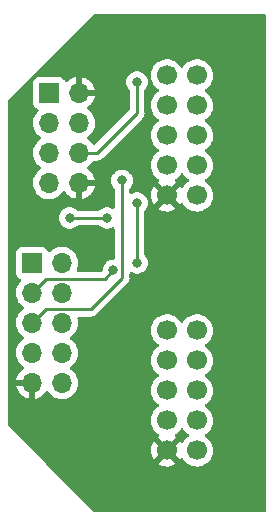
<source format=gbr>
G04 #@! TF.GenerationSoftware,KiCad,Pcbnew,(6.0.0)*
G04 #@! TF.CreationDate,2022-04-24T11:32:36-04:00*
G04 #@! TF.ProjectId,SKR-Mini_Screen,534b522d-4d69-46e6-995f-53637265656e,rev?*
G04 #@! TF.SameCoordinates,Original*
G04 #@! TF.FileFunction,Copper,L2,Bot*
G04 #@! TF.FilePolarity,Positive*
%FSLAX46Y46*%
G04 Gerber Fmt 4.6, Leading zero omitted, Abs format (unit mm)*
G04 Created by KiCad (PCBNEW (6.0.0)) date 2022-04-24 11:32:36*
%MOMM*%
%LPD*%
G01*
G04 APERTURE LIST*
G04 #@! TA.AperFunction,ComponentPad*
%ADD10C,1.700000*%
G04 #@! TD*
G04 #@! TA.AperFunction,ComponentPad*
%ADD11R,1.700000X1.700000*%
G04 #@! TD*
G04 #@! TA.AperFunction,ComponentPad*
%ADD12O,1.700000X1.700000*%
G04 #@! TD*
G04 #@! TA.AperFunction,ViaPad*
%ADD13C,0.800000*%
G04 #@! TD*
G04 #@! TA.AperFunction,Conductor*
%ADD14C,0.250000*%
G04 #@! TD*
G04 APERTURE END LIST*
D10*
X137160000Y-112395000D03*
X139700000Y-112395000D03*
X137160000Y-114935000D03*
X139700000Y-114935000D03*
X137160000Y-117475000D03*
X139700000Y-117475000D03*
X137160000Y-120015000D03*
X139700000Y-120015000D03*
X137160000Y-122555000D03*
X139700000Y-122555000D03*
X137160000Y-90805000D03*
X139700000Y-90805000D03*
X137160000Y-93345000D03*
X139700000Y-93345000D03*
X137160000Y-95885000D03*
X139700000Y-95885000D03*
X137160000Y-98425000D03*
X139700000Y-98425000D03*
X137160000Y-100965000D03*
X139700000Y-100965000D03*
D11*
X125730000Y-106680000D03*
D12*
X128270000Y-106680000D03*
X125730000Y-109220000D03*
X128270000Y-109220000D03*
X125730000Y-111760000D03*
X128270000Y-111760000D03*
X125730000Y-114300000D03*
X128270000Y-114300000D03*
X125730000Y-116840000D03*
X128270000Y-116840000D03*
D11*
X127178000Y-92292000D03*
D12*
X129718000Y-92292000D03*
X127178000Y-94832000D03*
X129718000Y-94832000D03*
X127178000Y-97372000D03*
X129718000Y-97372000D03*
X127178000Y-99912000D03*
X129718000Y-99912000D03*
D13*
X133350000Y-99695000D03*
X132625000Y-107315000D03*
X134620000Y-106680000D03*
X134620000Y-101600000D03*
X134620000Y-91350500D03*
X132080000Y-102870000D03*
X128905000Y-102870000D03*
D14*
X126579999Y-110910001D02*
X125730000Y-111760000D01*
X133350000Y-107951410D02*
X130716411Y-110584999D01*
X130716411Y-110584999D02*
X126905001Y-110584999D01*
X126905001Y-110584999D02*
X126579999Y-110910001D01*
X133350000Y-99695000D02*
X133350000Y-107951410D01*
X134620000Y-106680000D02*
X134620000Y-101600000D01*
X131895001Y-108044999D02*
X132625000Y-107315000D01*
X125730000Y-109220000D02*
X126905001Y-108044999D01*
X126905001Y-108044999D02*
X131895001Y-108044999D01*
X134620000Y-93980000D02*
X131228000Y-97372000D01*
X134620000Y-91350500D02*
X134620000Y-93980000D01*
X131228000Y-97372000D02*
X129718000Y-97372000D01*
X128905000Y-102870000D02*
X132080000Y-102870000D01*
G04 #@! TA.AperFunction,Conductor*
G36*
X145484121Y-85618002D02*
G01*
X145530614Y-85671658D01*
X145542000Y-85724000D01*
X145542000Y-127636000D01*
X145521998Y-127704121D01*
X145468342Y-127750614D01*
X145416000Y-127762000D01*
X131072610Y-127762000D01*
X131004489Y-127741998D01*
X130983515Y-127725095D01*
X126938273Y-123679853D01*
X136399977Y-123679853D01*
X136405258Y-123686907D01*
X136566756Y-123781279D01*
X136576042Y-123785729D01*
X136775001Y-123861703D01*
X136784899Y-123864579D01*
X136993595Y-123907038D01*
X137003823Y-123908257D01*
X137216650Y-123916062D01*
X137226936Y-123915595D01*
X137438185Y-123888534D01*
X137448262Y-123886392D01*
X137652255Y-123825191D01*
X137661842Y-123821433D01*
X137853098Y-123727738D01*
X137861944Y-123722465D01*
X137909247Y-123688723D01*
X137917648Y-123678023D01*
X137910660Y-123664870D01*
X137172812Y-122927022D01*
X137158868Y-122919408D01*
X137157035Y-122919539D01*
X137150420Y-122923790D01*
X136406737Y-123667473D01*
X136399977Y-123679853D01*
X126938273Y-123679853D01*
X125785283Y-122526863D01*
X135798050Y-122526863D01*
X135810309Y-122739477D01*
X135811745Y-122749697D01*
X135858565Y-122957446D01*
X135861645Y-122967275D01*
X135941770Y-123164603D01*
X135946413Y-123173794D01*
X136026460Y-123304420D01*
X136036916Y-123313880D01*
X136045694Y-123310096D01*
X136787978Y-122567812D01*
X136795592Y-122553868D01*
X136795461Y-122552035D01*
X136791210Y-122545420D01*
X136049849Y-121804059D01*
X136038313Y-121797759D01*
X136026031Y-121807382D01*
X135978089Y-121877662D01*
X135973004Y-121886613D01*
X135883338Y-122079783D01*
X135879775Y-122089470D01*
X135822864Y-122294681D01*
X135820933Y-122304800D01*
X135798302Y-122516574D01*
X135798050Y-122526863D01*
X125785283Y-122526863D01*
X123734905Y-120476485D01*
X123700879Y-120414173D01*
X123698000Y-120387390D01*
X123698000Y-119981695D01*
X135797251Y-119981695D01*
X135797548Y-119986848D01*
X135797548Y-119986851D01*
X135803011Y-120081590D01*
X135810110Y-120204715D01*
X135811247Y-120209761D01*
X135811248Y-120209767D01*
X135831119Y-120297939D01*
X135859222Y-120422639D01*
X135943266Y-120629616D01*
X135987512Y-120701819D01*
X136057291Y-120815688D01*
X136059987Y-120820088D01*
X136206250Y-120988938D01*
X136378126Y-121131632D01*
X136451445Y-121174476D01*
X136451955Y-121174774D01*
X136500679Y-121226412D01*
X136513750Y-121296195D01*
X136487019Y-121361967D01*
X136446562Y-121395327D01*
X136438460Y-121399544D01*
X136429734Y-121405039D01*
X136409677Y-121420099D01*
X136401223Y-121431427D01*
X136407968Y-121443758D01*
X137147188Y-122182978D01*
X137161132Y-122190592D01*
X137162965Y-122190461D01*
X137169580Y-122186210D01*
X137913389Y-121442401D01*
X137920410Y-121429544D01*
X137913611Y-121420213D01*
X137909559Y-121417521D01*
X137872602Y-121397120D01*
X137822631Y-121346687D01*
X137807859Y-121277245D01*
X137832975Y-121210839D01*
X137860327Y-121184232D01*
X137883797Y-121167491D01*
X138039860Y-121056173D01*
X138198096Y-120898489D01*
X138257594Y-120815689D01*
X138328453Y-120717077D01*
X138329776Y-120718028D01*
X138376645Y-120674857D01*
X138446580Y-120662625D01*
X138512026Y-120690144D01*
X138539875Y-120721994D01*
X138599987Y-120820088D01*
X138746250Y-120988938D01*
X138918126Y-121131632D01*
X138988595Y-121172811D01*
X138991445Y-121174476D01*
X139040169Y-121226114D01*
X139053240Y-121295897D01*
X139026509Y-121361669D01*
X138986055Y-121395027D01*
X138973607Y-121401507D01*
X138969474Y-121404610D01*
X138969471Y-121404612D01*
X138799100Y-121532530D01*
X138794965Y-121535635D01*
X138640629Y-121697138D01*
X138567693Y-121804059D01*
X138532898Y-121855066D01*
X138477987Y-121900069D01*
X138407462Y-121908240D01*
X138343715Y-121876986D01*
X138323017Y-121852501D01*
X138293062Y-121806197D01*
X138282377Y-121796995D01*
X138272812Y-121801398D01*
X137532022Y-122542188D01*
X137524408Y-122556132D01*
X137524539Y-122557965D01*
X137528790Y-122564580D01*
X138270474Y-123306264D01*
X138282484Y-123312823D01*
X138294223Y-123303855D01*
X138328022Y-123256819D01*
X138329277Y-123257721D01*
X138376391Y-123214355D01*
X138446330Y-123202148D01*
X138511767Y-123229691D01*
X138539580Y-123261513D01*
X138597287Y-123355683D01*
X138597291Y-123355688D01*
X138599987Y-123360088D01*
X138746250Y-123528938D01*
X138918126Y-123671632D01*
X139111000Y-123784338D01*
X139319692Y-123864030D01*
X139324760Y-123865061D01*
X139324763Y-123865062D01*
X139429604Y-123886392D01*
X139538597Y-123908567D01*
X139543772Y-123908757D01*
X139543774Y-123908757D01*
X139756673Y-123916564D01*
X139756677Y-123916564D01*
X139761837Y-123916753D01*
X139766957Y-123916097D01*
X139766959Y-123916097D01*
X139978288Y-123889025D01*
X139978289Y-123889025D01*
X139983416Y-123888368D01*
X139988366Y-123886883D01*
X140192429Y-123825661D01*
X140192434Y-123825659D01*
X140197384Y-123824174D01*
X140397994Y-123725896D01*
X140579860Y-123596173D01*
X140738096Y-123438489D01*
X140868453Y-123257077D01*
X140889568Y-123214355D01*
X140965136Y-123061453D01*
X140965137Y-123061451D01*
X140967430Y-123056811D01*
X141032370Y-122843069D01*
X141061529Y-122621590D01*
X141063156Y-122555000D01*
X141044852Y-122332361D01*
X140990431Y-122115702D01*
X140901354Y-121910840D01*
X140780014Y-121723277D01*
X140629670Y-121558051D01*
X140625619Y-121554852D01*
X140625615Y-121554848D01*
X140458414Y-121422800D01*
X140458410Y-121422798D01*
X140454359Y-121419598D01*
X140413053Y-121396796D01*
X140363084Y-121346364D01*
X140348312Y-121276921D01*
X140373428Y-121210516D01*
X140400780Y-121183909D01*
X140444603Y-121152650D01*
X140579860Y-121056173D01*
X140738096Y-120898489D01*
X140797594Y-120815689D01*
X140865435Y-120721277D01*
X140868453Y-120717077D01*
X140883577Y-120686477D01*
X140965136Y-120521453D01*
X140965137Y-120521451D01*
X140967430Y-120516811D01*
X141032370Y-120303069D01*
X141061529Y-120081590D01*
X141063156Y-120015000D01*
X141044852Y-119792361D01*
X140990431Y-119575702D01*
X140901354Y-119370840D01*
X140780014Y-119183277D01*
X140629670Y-119018051D01*
X140625619Y-119014852D01*
X140625615Y-119014848D01*
X140458414Y-118882800D01*
X140458410Y-118882798D01*
X140454359Y-118879598D01*
X140413053Y-118856796D01*
X140363084Y-118806364D01*
X140348312Y-118736921D01*
X140373428Y-118670516D01*
X140400780Y-118643909D01*
X140444603Y-118612650D01*
X140579860Y-118516173D01*
X140738096Y-118358489D01*
X140797594Y-118275689D01*
X140865435Y-118181277D01*
X140868453Y-118177077D01*
X140872243Y-118169410D01*
X140965136Y-117981453D01*
X140965137Y-117981451D01*
X140967430Y-117976811D01*
X141032370Y-117763069D01*
X141061529Y-117541590D01*
X141061611Y-117538240D01*
X141063074Y-117478365D01*
X141063074Y-117478361D01*
X141063156Y-117475000D01*
X141044852Y-117252361D01*
X140990431Y-117035702D01*
X140901354Y-116830840D01*
X140824473Y-116712000D01*
X140782822Y-116647617D01*
X140782820Y-116647614D01*
X140780014Y-116643277D01*
X140629670Y-116478051D01*
X140625619Y-116474852D01*
X140625615Y-116474848D01*
X140458414Y-116342800D01*
X140458410Y-116342798D01*
X140454359Y-116339598D01*
X140413053Y-116316796D01*
X140363084Y-116266364D01*
X140348312Y-116196921D01*
X140373428Y-116130516D01*
X140400780Y-116103909D01*
X140444603Y-116072650D01*
X140579860Y-115976173D01*
X140738096Y-115818489D01*
X140797594Y-115735689D01*
X140865435Y-115641277D01*
X140868453Y-115637077D01*
X140889320Y-115594857D01*
X140965136Y-115441453D01*
X140965137Y-115441451D01*
X140967430Y-115436811D01*
X141032370Y-115223069D01*
X141061529Y-115001590D01*
X141061611Y-114998240D01*
X141063074Y-114938365D01*
X141063074Y-114938361D01*
X141063156Y-114935000D01*
X141044852Y-114712361D01*
X140990431Y-114495702D01*
X140901354Y-114290840D01*
X140780014Y-114103277D01*
X140629670Y-113938051D01*
X140625619Y-113934852D01*
X140625615Y-113934848D01*
X140458414Y-113802800D01*
X140458410Y-113802798D01*
X140454359Y-113799598D01*
X140413053Y-113776796D01*
X140363084Y-113726364D01*
X140348312Y-113656921D01*
X140373428Y-113590516D01*
X140400780Y-113563909D01*
X140444603Y-113532650D01*
X140579860Y-113436173D01*
X140738096Y-113278489D01*
X140797594Y-113195689D01*
X140865435Y-113101277D01*
X140868453Y-113097077D01*
X140889320Y-113054857D01*
X140965136Y-112901453D01*
X140965137Y-112901451D01*
X140967430Y-112896811D01*
X141032370Y-112683069D01*
X141061529Y-112461590D01*
X141061611Y-112458240D01*
X141063074Y-112398365D01*
X141063074Y-112398361D01*
X141063156Y-112395000D01*
X141044852Y-112172361D01*
X140990431Y-111955702D01*
X140901354Y-111750840D01*
X140780014Y-111563277D01*
X140629670Y-111398051D01*
X140625619Y-111394852D01*
X140625615Y-111394848D01*
X140458414Y-111262800D01*
X140458410Y-111262798D01*
X140454359Y-111259598D01*
X140258789Y-111151638D01*
X140253920Y-111149914D01*
X140253916Y-111149912D01*
X140053087Y-111078795D01*
X140053083Y-111078794D01*
X140048212Y-111077069D01*
X140043119Y-111076162D01*
X140043116Y-111076161D01*
X139833373Y-111038800D01*
X139833367Y-111038799D01*
X139828284Y-111037894D01*
X139754452Y-111036992D01*
X139610081Y-111035228D01*
X139610079Y-111035228D01*
X139604911Y-111035165D01*
X139384091Y-111068955D01*
X139171756Y-111138357D01*
X139141443Y-111154137D01*
X139018760Y-111218002D01*
X138973607Y-111241507D01*
X138969474Y-111244610D01*
X138969471Y-111244612D01*
X138903297Y-111294297D01*
X138794965Y-111375635D01*
X138640629Y-111537138D01*
X138533201Y-111694621D01*
X138478293Y-111739621D01*
X138407768Y-111747792D01*
X138344021Y-111716538D01*
X138323324Y-111692054D01*
X138242822Y-111567617D01*
X138242820Y-111567614D01*
X138240014Y-111563277D01*
X138089670Y-111398051D01*
X138085619Y-111394852D01*
X138085615Y-111394848D01*
X137918414Y-111262800D01*
X137918410Y-111262798D01*
X137914359Y-111259598D01*
X137718789Y-111151638D01*
X137713920Y-111149914D01*
X137713916Y-111149912D01*
X137513087Y-111078795D01*
X137513083Y-111078794D01*
X137508212Y-111077069D01*
X137503119Y-111076162D01*
X137503116Y-111076161D01*
X137293373Y-111038800D01*
X137293367Y-111038799D01*
X137288284Y-111037894D01*
X137214452Y-111036992D01*
X137070081Y-111035228D01*
X137070079Y-111035228D01*
X137064911Y-111035165D01*
X136844091Y-111068955D01*
X136631756Y-111138357D01*
X136601443Y-111154137D01*
X136478760Y-111218002D01*
X136433607Y-111241507D01*
X136429474Y-111244610D01*
X136429471Y-111244612D01*
X136363297Y-111294297D01*
X136254965Y-111375635D01*
X136100629Y-111537138D01*
X135974743Y-111721680D01*
X135880688Y-111924305D01*
X135820989Y-112139570D01*
X135797251Y-112361695D01*
X135797548Y-112366848D01*
X135797548Y-112366851D01*
X135803011Y-112461590D01*
X135810110Y-112584715D01*
X135811247Y-112589761D01*
X135811248Y-112589767D01*
X135831119Y-112677939D01*
X135859222Y-112802639D01*
X135943266Y-113009616D01*
X135993361Y-113091364D01*
X136057291Y-113195688D01*
X136059987Y-113200088D01*
X136206250Y-113368938D01*
X136378126Y-113511632D01*
X136448595Y-113552811D01*
X136451445Y-113554476D01*
X136500169Y-113606114D01*
X136513240Y-113675897D01*
X136486509Y-113741669D01*
X136446055Y-113775027D01*
X136433607Y-113781507D01*
X136429474Y-113784610D01*
X136429471Y-113784612D01*
X136259100Y-113912530D01*
X136254965Y-113915635D01*
X136100629Y-114077138D01*
X135974743Y-114261680D01*
X135880688Y-114464305D01*
X135820989Y-114679570D01*
X135797251Y-114901695D01*
X135797548Y-114906848D01*
X135797548Y-114906851D01*
X135803011Y-115001590D01*
X135810110Y-115124715D01*
X135811247Y-115129761D01*
X135811248Y-115129767D01*
X135831119Y-115217939D01*
X135859222Y-115342639D01*
X135943266Y-115549616D01*
X135993361Y-115631364D01*
X136057291Y-115735688D01*
X136059987Y-115740088D01*
X136206250Y-115908938D01*
X136378126Y-116051632D01*
X136448595Y-116092811D01*
X136451445Y-116094476D01*
X136500169Y-116146114D01*
X136513240Y-116215897D01*
X136486509Y-116281669D01*
X136446055Y-116315027D01*
X136433607Y-116321507D01*
X136429474Y-116324610D01*
X136429471Y-116324612D01*
X136259100Y-116452530D01*
X136254965Y-116455635D01*
X136100629Y-116617138D01*
X136097720Y-116621403D01*
X136097714Y-116621411D01*
X136012556Y-116746249D01*
X135974743Y-116801680D01*
X135880688Y-117004305D01*
X135820989Y-117219570D01*
X135797251Y-117441695D01*
X135797548Y-117446848D01*
X135797548Y-117446851D01*
X135808707Y-117640388D01*
X135810110Y-117664715D01*
X135811247Y-117669761D01*
X135811248Y-117669767D01*
X135831119Y-117757939D01*
X135859222Y-117882639D01*
X135943266Y-118089616D01*
X135985488Y-118158517D01*
X136057291Y-118275688D01*
X136059987Y-118280088D01*
X136206250Y-118448938D01*
X136378126Y-118591632D01*
X136448595Y-118632811D01*
X136451445Y-118634476D01*
X136500169Y-118686114D01*
X136513240Y-118755897D01*
X136486509Y-118821669D01*
X136446055Y-118855027D01*
X136433607Y-118861507D01*
X136429474Y-118864610D01*
X136429471Y-118864612D01*
X136405247Y-118882800D01*
X136254965Y-118995635D01*
X136100629Y-119157138D01*
X135974743Y-119341680D01*
X135880688Y-119544305D01*
X135820989Y-119759570D01*
X135797251Y-119981695D01*
X123698000Y-119981695D01*
X123698000Y-117107966D01*
X124398257Y-117107966D01*
X124428565Y-117242446D01*
X124431645Y-117252275D01*
X124511770Y-117449603D01*
X124516413Y-117458794D01*
X124627694Y-117640388D01*
X124633777Y-117648699D01*
X124773213Y-117809667D01*
X124780580Y-117816883D01*
X124944434Y-117952916D01*
X124952881Y-117958831D01*
X125136756Y-118066279D01*
X125146042Y-118070729D01*
X125345001Y-118146703D01*
X125354899Y-118149579D01*
X125458250Y-118170606D01*
X125472299Y-118169410D01*
X125476000Y-118159065D01*
X125476000Y-117112115D01*
X125471525Y-117096876D01*
X125470135Y-117095671D01*
X125462452Y-117094000D01*
X124413225Y-117094000D01*
X124399694Y-117097973D01*
X124398257Y-117107966D01*
X123698000Y-117107966D01*
X123698000Y-114266695D01*
X124367251Y-114266695D01*
X124367548Y-114271848D01*
X124367548Y-114271851D01*
X124373011Y-114366590D01*
X124380110Y-114489715D01*
X124381247Y-114494761D01*
X124381248Y-114494767D01*
X124381459Y-114495702D01*
X124429222Y-114707639D01*
X124513266Y-114914616D01*
X124564019Y-114997438D01*
X124627291Y-115100688D01*
X124629987Y-115105088D01*
X124776250Y-115273938D01*
X124948126Y-115416632D01*
X124990602Y-115441453D01*
X125021955Y-115459774D01*
X125070679Y-115511412D01*
X125083750Y-115581195D01*
X125057019Y-115646967D01*
X125016562Y-115680327D01*
X125008457Y-115684546D01*
X124999738Y-115690036D01*
X124829433Y-115817905D01*
X124821726Y-115824748D01*
X124674590Y-115978717D01*
X124668104Y-115986727D01*
X124548098Y-116162649D01*
X124543000Y-116171623D01*
X124453338Y-116364783D01*
X124449775Y-116374470D01*
X124394389Y-116574183D01*
X124395912Y-116582607D01*
X124408292Y-116586000D01*
X125858000Y-116586000D01*
X125926121Y-116606002D01*
X125972614Y-116659658D01*
X125984000Y-116712000D01*
X125984000Y-118158517D01*
X125988064Y-118172359D01*
X126001478Y-118174393D01*
X126008184Y-118173534D01*
X126018262Y-118171392D01*
X126222255Y-118110191D01*
X126231842Y-118106433D01*
X126423095Y-118012739D01*
X126431945Y-118007464D01*
X126605328Y-117883792D01*
X126613200Y-117877139D01*
X126764052Y-117726812D01*
X126770730Y-117718965D01*
X126898022Y-117541819D01*
X126899279Y-117542722D01*
X126946373Y-117499362D01*
X127016311Y-117487145D01*
X127081751Y-117514678D01*
X127109579Y-117546511D01*
X127169987Y-117645088D01*
X127316250Y-117813938D01*
X127488126Y-117956632D01*
X127681000Y-118069338D01*
X127685825Y-118071180D01*
X127685826Y-118071181D01*
X127758612Y-118098975D01*
X127889692Y-118149030D01*
X127894760Y-118150061D01*
X127894763Y-118150062D01*
X127989862Y-118169410D01*
X128108597Y-118193567D01*
X128113772Y-118193757D01*
X128113774Y-118193757D01*
X128326673Y-118201564D01*
X128326677Y-118201564D01*
X128331837Y-118201753D01*
X128336957Y-118201097D01*
X128336959Y-118201097D01*
X128548288Y-118174025D01*
X128548289Y-118174025D01*
X128553416Y-118173368D01*
X128558366Y-118171883D01*
X128762429Y-118110661D01*
X128762434Y-118110659D01*
X128767384Y-118109174D01*
X128967994Y-118010896D01*
X129149860Y-117881173D01*
X129308096Y-117723489D01*
X129438453Y-117542077D01*
X129451995Y-117514678D01*
X129535136Y-117346453D01*
X129535137Y-117346451D01*
X129537430Y-117341811D01*
X129602370Y-117128069D01*
X129631529Y-116906590D01*
X129633156Y-116840000D01*
X129614852Y-116617361D01*
X129560431Y-116400702D01*
X129471354Y-116195840D01*
X129350014Y-116008277D01*
X129199670Y-115843051D01*
X129195619Y-115839852D01*
X129195615Y-115839848D01*
X129028414Y-115707800D01*
X129028410Y-115707798D01*
X129024359Y-115704598D01*
X128983053Y-115681796D01*
X128933084Y-115631364D01*
X128918312Y-115561921D01*
X128943428Y-115495516D01*
X128970780Y-115468909D01*
X129035591Y-115422680D01*
X129149860Y-115341173D01*
X129308096Y-115183489D01*
X129367594Y-115100689D01*
X129435435Y-115006277D01*
X129438453Y-115002077D01*
X129459320Y-114959857D01*
X129535136Y-114806453D01*
X129535137Y-114806451D01*
X129537430Y-114801811D01*
X129602370Y-114588069D01*
X129631529Y-114366590D01*
X129633156Y-114300000D01*
X129614852Y-114077361D01*
X129560431Y-113860702D01*
X129471354Y-113655840D01*
X129350014Y-113468277D01*
X129199670Y-113303051D01*
X129195619Y-113299852D01*
X129195615Y-113299848D01*
X129028414Y-113167800D01*
X129028410Y-113167798D01*
X129024359Y-113164598D01*
X128983053Y-113141796D01*
X128933084Y-113091364D01*
X128918312Y-113021921D01*
X128943428Y-112955516D01*
X128970780Y-112928909D01*
X129035591Y-112882680D01*
X129149860Y-112801173D01*
X129308096Y-112643489D01*
X129367594Y-112560689D01*
X129435435Y-112466277D01*
X129438453Y-112462077D01*
X129459320Y-112419857D01*
X129535136Y-112266453D01*
X129535137Y-112266451D01*
X129537430Y-112261811D01*
X129602370Y-112048069D01*
X129631529Y-111826590D01*
X129633156Y-111760000D01*
X129614852Y-111537361D01*
X129607906Y-111509707D01*
X129574119Y-111375194D01*
X129576923Y-111304253D01*
X129617636Y-111246090D01*
X129683332Y-111219171D01*
X129696323Y-111218499D01*
X130637644Y-111218499D01*
X130648827Y-111219026D01*
X130656320Y-111220701D01*
X130664246Y-111220452D01*
X130664247Y-111220452D01*
X130724397Y-111218561D01*
X130728356Y-111218499D01*
X130756267Y-111218499D01*
X130760202Y-111218002D01*
X130760267Y-111217994D01*
X130772104Y-111217061D01*
X130804362Y-111216047D01*
X130808381Y-111215921D01*
X130816300Y-111215672D01*
X130835754Y-111210020D01*
X130855111Y-111206012D01*
X130867341Y-111204467D01*
X130867342Y-111204467D01*
X130875208Y-111203473D01*
X130882579Y-111200554D01*
X130882581Y-111200554D01*
X130916323Y-111187195D01*
X130927553Y-111183350D01*
X130962394Y-111173228D01*
X130962395Y-111173228D01*
X130970004Y-111171017D01*
X130976823Y-111166984D01*
X130976828Y-111166982D01*
X130987439Y-111160706D01*
X131005187Y-111152011D01*
X131024028Y-111144551D01*
X131032554Y-111138357D01*
X131059798Y-111118563D01*
X131069718Y-111112047D01*
X131100946Y-111093579D01*
X131100949Y-111093577D01*
X131107773Y-111089541D01*
X131122094Y-111075220D01*
X131137128Y-111062379D01*
X131147105Y-111055130D01*
X131153518Y-111050471D01*
X131181709Y-111016394D01*
X131189699Y-111007615D01*
X133742247Y-108455067D01*
X133750537Y-108447523D01*
X133757018Y-108443410D01*
X133803659Y-108393742D01*
X133806413Y-108390901D01*
X133826134Y-108371180D01*
X133828612Y-108367985D01*
X133836318Y-108358963D01*
X133861158Y-108332511D01*
X133866586Y-108326731D01*
X133876346Y-108308978D01*
X133887199Y-108292455D01*
X133894753Y-108282716D01*
X133899613Y-108276451D01*
X133917176Y-108235867D01*
X133922383Y-108225237D01*
X133943695Y-108186470D01*
X133945666Y-108178793D01*
X133945668Y-108178788D01*
X133948732Y-108166852D01*
X133955138Y-108148140D01*
X133960033Y-108136829D01*
X133963181Y-108129555D01*
X133964421Y-108121727D01*
X133964423Y-108121720D01*
X133970099Y-108085886D01*
X133972505Y-108074266D01*
X133981528Y-108039121D01*
X133981528Y-108039120D01*
X133983500Y-108031440D01*
X133983500Y-108011186D01*
X133985051Y-107991475D01*
X133986980Y-107979296D01*
X133988220Y-107971467D01*
X133984059Y-107927448D01*
X133983500Y-107915591D01*
X133983500Y-107584782D01*
X134003502Y-107516661D01*
X134057158Y-107470168D01*
X134127432Y-107460064D01*
X134162730Y-107472282D01*
X134163248Y-107471118D01*
X134337712Y-107548794D01*
X134431113Y-107568647D01*
X134518056Y-107587128D01*
X134518061Y-107587128D01*
X134524513Y-107588500D01*
X134715487Y-107588500D01*
X134721939Y-107587128D01*
X134721944Y-107587128D01*
X134808888Y-107568647D01*
X134902288Y-107548794D01*
X134908319Y-107546109D01*
X135070722Y-107473803D01*
X135070724Y-107473802D01*
X135076752Y-107471118D01*
X135091967Y-107460064D01*
X135221135Y-107366217D01*
X135231253Y-107358866D01*
X135235675Y-107353955D01*
X135354621Y-107221852D01*
X135354622Y-107221851D01*
X135359040Y-107216944D01*
X135454527Y-107051556D01*
X135513542Y-106869928D01*
X135526157Y-106749908D01*
X135532814Y-106686565D01*
X135533504Y-106680000D01*
X135528485Y-106632251D01*
X135514232Y-106496635D01*
X135514232Y-106496633D01*
X135513542Y-106490072D01*
X135454527Y-106308444D01*
X135438394Y-106280500D01*
X135362341Y-106148774D01*
X135359040Y-106143056D01*
X135285863Y-106061785D01*
X135255147Y-105997779D01*
X135253500Y-105977476D01*
X135253500Y-102302524D01*
X135273502Y-102234403D01*
X135285858Y-102218221D01*
X135359040Y-102136944D01*
X135386228Y-102089853D01*
X136399977Y-102089853D01*
X136405258Y-102096907D01*
X136566756Y-102191279D01*
X136576042Y-102195729D01*
X136775001Y-102271703D01*
X136784899Y-102274579D01*
X136993595Y-102317038D01*
X137003823Y-102318257D01*
X137216650Y-102326062D01*
X137226936Y-102325595D01*
X137438185Y-102298534D01*
X137448262Y-102296392D01*
X137652255Y-102235191D01*
X137661842Y-102231433D01*
X137853098Y-102137738D01*
X137861944Y-102132465D01*
X137909247Y-102098723D01*
X137917648Y-102088023D01*
X137910660Y-102074870D01*
X137172812Y-101337022D01*
X137158868Y-101329408D01*
X137157035Y-101329539D01*
X137150420Y-101333790D01*
X136406737Y-102077473D01*
X136399977Y-102089853D01*
X135386228Y-102089853D01*
X135417314Y-102036010D01*
X135451223Y-101977279D01*
X135451224Y-101977278D01*
X135454527Y-101971556D01*
X135513542Y-101789928D01*
X135521538Y-101713855D01*
X135532814Y-101606565D01*
X135533504Y-101600000D01*
X135519993Y-101471453D01*
X135514232Y-101416635D01*
X135514232Y-101416633D01*
X135513542Y-101410072D01*
X135454527Y-101228444D01*
X135450843Y-101222062D01*
X135371809Y-101085173D01*
X135359040Y-101063056D01*
X135333696Y-101034908D01*
X135245416Y-100936863D01*
X135798050Y-100936863D01*
X135810309Y-101149477D01*
X135811745Y-101159697D01*
X135858565Y-101367446D01*
X135861645Y-101377275D01*
X135941770Y-101574603D01*
X135946413Y-101583794D01*
X136026460Y-101714420D01*
X136036916Y-101723880D01*
X136045694Y-101720096D01*
X136787978Y-100977812D01*
X136795592Y-100963868D01*
X136795461Y-100962035D01*
X136791210Y-100955420D01*
X136049849Y-100214059D01*
X136038313Y-100207759D01*
X136026031Y-100217382D01*
X135978089Y-100287662D01*
X135973004Y-100296613D01*
X135883338Y-100489783D01*
X135879775Y-100499470D01*
X135822864Y-100704681D01*
X135820933Y-100714800D01*
X135798302Y-100926574D01*
X135798050Y-100936863D01*
X135245416Y-100936863D01*
X135235675Y-100926045D01*
X135235674Y-100926044D01*
X135231253Y-100921134D01*
X135076752Y-100808882D01*
X135070724Y-100806198D01*
X135070722Y-100806197D01*
X134908319Y-100733891D01*
X134908318Y-100733891D01*
X134902288Y-100731206D01*
X134800499Y-100709570D01*
X134721944Y-100692872D01*
X134721939Y-100692872D01*
X134715487Y-100691500D01*
X134524513Y-100691500D01*
X134518061Y-100692872D01*
X134518056Y-100692872D01*
X134439501Y-100709570D01*
X134337712Y-100731206D01*
X134331682Y-100733891D01*
X134331681Y-100733891D01*
X134312657Y-100742361D01*
X134163248Y-100808882D01*
X134162323Y-100806804D01*
X134103512Y-100821076D01*
X134036419Y-100797859D01*
X133992528Y-100742055D01*
X133983500Y-100695218D01*
X133983500Y-100397524D01*
X134003502Y-100329403D01*
X134015858Y-100313221D01*
X134089040Y-100231944D01*
X134161311Y-100106767D01*
X134181223Y-100072279D01*
X134181224Y-100072278D01*
X134184527Y-100066556D01*
X134243542Y-99884928D01*
X134249620Y-99827104D01*
X134262814Y-99701565D01*
X134263504Y-99695000D01*
X134257315Y-99636114D01*
X134244232Y-99511635D01*
X134244232Y-99511633D01*
X134243542Y-99505072D01*
X134184527Y-99323444D01*
X134089040Y-99158056D01*
X134061147Y-99127077D01*
X133965675Y-99021045D01*
X133965674Y-99021044D01*
X133961253Y-99016134D01*
X133838311Y-98926811D01*
X133812094Y-98907763D01*
X133812093Y-98907762D01*
X133806752Y-98903882D01*
X133800724Y-98901198D01*
X133800722Y-98901197D01*
X133638319Y-98828891D01*
X133638318Y-98828891D01*
X133632288Y-98826206D01*
X133538888Y-98806353D01*
X133451944Y-98787872D01*
X133451939Y-98787872D01*
X133445487Y-98786500D01*
X133254513Y-98786500D01*
X133248061Y-98787872D01*
X133248056Y-98787872D01*
X133161113Y-98806353D01*
X133067712Y-98826206D01*
X133061682Y-98828891D01*
X133061681Y-98828891D01*
X132899278Y-98901197D01*
X132899276Y-98901198D01*
X132893248Y-98903882D01*
X132887907Y-98907762D01*
X132887906Y-98907763D01*
X132861689Y-98926811D01*
X132738747Y-99016134D01*
X132734326Y-99021044D01*
X132734325Y-99021045D01*
X132638854Y-99127077D01*
X132610960Y-99158056D01*
X132515473Y-99323444D01*
X132456458Y-99505072D01*
X132455768Y-99511633D01*
X132455768Y-99511635D01*
X132442685Y-99636114D01*
X132436496Y-99695000D01*
X132437186Y-99701565D01*
X132450381Y-99827104D01*
X132456458Y-99884928D01*
X132515473Y-100066556D01*
X132518776Y-100072278D01*
X132518777Y-100072279D01*
X132538689Y-100106767D01*
X132610960Y-100231944D01*
X132684137Y-100313215D01*
X132714853Y-100377221D01*
X132716500Y-100397524D01*
X132716500Y-101965218D01*
X132696498Y-102033339D01*
X132642842Y-102079832D01*
X132572568Y-102089936D01*
X132537270Y-102077718D01*
X132536752Y-102078882D01*
X132368319Y-102003891D01*
X132368318Y-102003891D01*
X132362288Y-102001206D01*
X132249721Y-101977279D01*
X132181944Y-101962872D01*
X132181939Y-101962872D01*
X132175487Y-101961500D01*
X131984513Y-101961500D01*
X131978061Y-101962872D01*
X131978056Y-101962872D01*
X131910279Y-101977279D01*
X131797712Y-102001206D01*
X131791682Y-102003891D01*
X131791681Y-102003891D01*
X131629278Y-102076197D01*
X131629276Y-102076198D01*
X131623248Y-102078882D01*
X131617907Y-102082762D01*
X131617906Y-102082763D01*
X131548910Y-102132892D01*
X131468747Y-102191134D01*
X131464332Y-102196037D01*
X131459420Y-102200460D01*
X131458295Y-102199211D01*
X131404986Y-102232051D01*
X131371800Y-102236500D01*
X129613200Y-102236500D01*
X129545079Y-102216498D01*
X129525853Y-102200157D01*
X129525580Y-102200460D01*
X129520668Y-102196037D01*
X129516253Y-102191134D01*
X129436090Y-102132892D01*
X129367094Y-102082763D01*
X129367093Y-102082762D01*
X129361752Y-102078882D01*
X129355724Y-102076198D01*
X129355722Y-102076197D01*
X129193319Y-102003891D01*
X129193318Y-102003891D01*
X129187288Y-102001206D01*
X129074721Y-101977279D01*
X129006944Y-101962872D01*
X129006939Y-101962872D01*
X129000487Y-101961500D01*
X128809513Y-101961500D01*
X128803061Y-101962872D01*
X128803056Y-101962872D01*
X128735279Y-101977279D01*
X128622712Y-102001206D01*
X128616682Y-102003891D01*
X128616681Y-102003891D01*
X128454278Y-102076197D01*
X128454276Y-102076198D01*
X128448248Y-102078882D01*
X128442907Y-102082762D01*
X128442906Y-102082763D01*
X128423439Y-102096907D01*
X128293747Y-102191134D01*
X128289326Y-102196044D01*
X128289325Y-102196045D01*
X128180383Y-102317038D01*
X128165960Y-102333056D01*
X128070473Y-102498444D01*
X128011458Y-102680072D01*
X127991496Y-102870000D01*
X128011458Y-103059928D01*
X128070473Y-103241556D01*
X128165960Y-103406944D01*
X128293747Y-103548866D01*
X128448248Y-103661118D01*
X128454276Y-103663802D01*
X128454278Y-103663803D01*
X128616681Y-103736109D01*
X128622712Y-103738794D01*
X128716112Y-103758647D01*
X128803056Y-103777128D01*
X128803061Y-103777128D01*
X128809513Y-103778500D01*
X129000487Y-103778500D01*
X129006939Y-103777128D01*
X129006944Y-103777128D01*
X129093887Y-103758647D01*
X129187288Y-103738794D01*
X129193319Y-103736109D01*
X129355722Y-103663803D01*
X129355724Y-103663802D01*
X129361752Y-103661118D01*
X129516253Y-103548866D01*
X129520668Y-103543963D01*
X129525580Y-103539540D01*
X129526705Y-103540789D01*
X129580014Y-103507949D01*
X129613200Y-103503500D01*
X131371800Y-103503500D01*
X131439921Y-103523502D01*
X131459147Y-103539843D01*
X131459420Y-103539540D01*
X131464332Y-103543963D01*
X131468747Y-103548866D01*
X131623248Y-103661118D01*
X131629276Y-103663802D01*
X131629278Y-103663803D01*
X131791681Y-103736109D01*
X131797712Y-103738794D01*
X131891112Y-103758647D01*
X131978056Y-103777128D01*
X131978061Y-103777128D01*
X131984513Y-103778500D01*
X132175487Y-103778500D01*
X132181939Y-103777128D01*
X132181944Y-103777128D01*
X132268887Y-103758647D01*
X132362288Y-103738794D01*
X132386656Y-103727945D01*
X132536752Y-103661118D01*
X132537677Y-103663196D01*
X132596488Y-103648924D01*
X132663581Y-103672141D01*
X132707472Y-103727945D01*
X132716500Y-103774782D01*
X132716500Y-106280500D01*
X132696498Y-106348621D01*
X132642842Y-106395114D01*
X132590500Y-106406500D01*
X132529513Y-106406500D01*
X132523061Y-106407872D01*
X132523056Y-106407872D01*
X132436113Y-106426353D01*
X132342712Y-106446206D01*
X132336682Y-106448891D01*
X132336681Y-106448891D01*
X132174278Y-106521197D01*
X132174276Y-106521198D01*
X132168248Y-106523882D01*
X132013747Y-106636134D01*
X132009326Y-106641044D01*
X132009325Y-106641045D01*
X131911305Y-106749908D01*
X131885960Y-106778056D01*
X131790473Y-106943444D01*
X131731458Y-107125072D01*
X131730768Y-107131633D01*
X131730768Y-107131635D01*
X131714093Y-107290292D01*
X131687080Y-107355949D01*
X131677878Y-107366217D01*
X131669501Y-107374594D01*
X131607189Y-107408620D01*
X131580406Y-107411499D01*
X129626733Y-107411499D01*
X129558612Y-107391497D01*
X129512119Y-107337841D01*
X129502015Y-107267567D01*
X129513775Y-107229673D01*
X129517641Y-107221852D01*
X129537430Y-107181811D01*
X129602370Y-106968069D01*
X129631529Y-106746590D01*
X129633156Y-106680000D01*
X129614852Y-106457361D01*
X129560431Y-106240702D01*
X129471354Y-106035840D01*
X129350014Y-105848277D01*
X129199670Y-105683051D01*
X129195619Y-105679852D01*
X129195615Y-105679848D01*
X129028414Y-105547800D01*
X129028410Y-105547798D01*
X129024359Y-105544598D01*
X128828789Y-105436638D01*
X128823920Y-105434914D01*
X128823916Y-105434912D01*
X128623087Y-105363795D01*
X128623083Y-105363794D01*
X128618212Y-105362069D01*
X128613119Y-105361162D01*
X128613116Y-105361161D01*
X128403373Y-105323800D01*
X128403367Y-105323799D01*
X128398284Y-105322894D01*
X128324452Y-105321992D01*
X128180081Y-105320228D01*
X128180079Y-105320228D01*
X128174911Y-105320165D01*
X127954091Y-105353955D01*
X127741756Y-105423357D01*
X127543607Y-105526507D01*
X127539474Y-105529610D01*
X127539471Y-105529612D01*
X127369100Y-105657530D01*
X127364965Y-105660635D01*
X127308537Y-105719684D01*
X127284283Y-105745064D01*
X127222759Y-105780494D01*
X127151846Y-105777037D01*
X127094060Y-105735791D01*
X127075207Y-105702243D01*
X127033767Y-105591703D01*
X127030615Y-105583295D01*
X126943261Y-105466739D01*
X126826705Y-105379385D01*
X126690316Y-105328255D01*
X126628134Y-105321500D01*
X124831866Y-105321500D01*
X124769684Y-105328255D01*
X124633295Y-105379385D01*
X124516739Y-105466739D01*
X124429385Y-105583295D01*
X124378255Y-105719684D01*
X124371500Y-105781866D01*
X124371500Y-107578134D01*
X124378255Y-107640316D01*
X124429385Y-107776705D01*
X124516739Y-107893261D01*
X124633295Y-107980615D01*
X124641704Y-107983767D01*
X124641705Y-107983768D01*
X124750451Y-108024535D01*
X124807216Y-108067176D01*
X124831916Y-108133738D01*
X124816709Y-108203087D01*
X124797316Y-108229568D01*
X124670629Y-108362138D01*
X124667715Y-108366410D01*
X124667714Y-108366411D01*
X124619130Y-108437633D01*
X124544743Y-108546680D01*
X124542564Y-108551375D01*
X124470748Y-108706090D01*
X124450688Y-108749305D01*
X124390989Y-108964570D01*
X124367251Y-109186695D01*
X124367548Y-109191848D01*
X124367548Y-109191851D01*
X124373011Y-109286590D01*
X124380110Y-109409715D01*
X124381247Y-109414761D01*
X124381248Y-109414767D01*
X124401119Y-109502939D01*
X124429222Y-109627639D01*
X124513266Y-109834616D01*
X124515965Y-109839020D01*
X124583128Y-109948620D01*
X124629987Y-110025088D01*
X124776250Y-110193938D01*
X124948126Y-110336632D01*
X125018595Y-110377811D01*
X125021445Y-110379476D01*
X125070169Y-110431114D01*
X125083240Y-110500897D01*
X125056509Y-110566669D01*
X125016055Y-110600027D01*
X125003607Y-110606507D01*
X124999474Y-110609610D01*
X124999471Y-110609612D01*
X124829100Y-110737530D01*
X124824965Y-110740635D01*
X124670629Y-110902138D01*
X124544743Y-111086680D01*
X124507468Y-111166982D01*
X124465637Y-111257101D01*
X124450688Y-111289305D01*
X124390989Y-111504570D01*
X124367251Y-111726695D01*
X124367548Y-111731848D01*
X124367548Y-111731851D01*
X124373011Y-111826590D01*
X124380110Y-111949715D01*
X124381247Y-111954761D01*
X124381248Y-111954767D01*
X124381459Y-111955702D01*
X124429222Y-112167639D01*
X124513266Y-112374616D01*
X124564019Y-112457438D01*
X124627291Y-112560688D01*
X124629987Y-112565088D01*
X124776250Y-112733938D01*
X124948126Y-112876632D01*
X124990602Y-112901453D01*
X125021445Y-112919476D01*
X125070169Y-112971114D01*
X125083240Y-113040897D01*
X125056509Y-113106669D01*
X125016055Y-113140027D01*
X125003607Y-113146507D01*
X124999474Y-113149610D01*
X124999471Y-113149612D01*
X124833413Y-113274292D01*
X124824965Y-113280635D01*
X124821393Y-113284373D01*
X124679812Y-113432529D01*
X124670629Y-113442138D01*
X124544743Y-113626680D01*
X124450688Y-113829305D01*
X124390989Y-114044570D01*
X124367251Y-114266695D01*
X123698000Y-114266695D01*
X123698000Y-99878695D01*
X125815251Y-99878695D01*
X125815548Y-99883848D01*
X125815548Y-99883851D01*
X125819326Y-99949373D01*
X125828110Y-100101715D01*
X125829247Y-100106761D01*
X125829248Y-100106767D01*
X125829332Y-100107138D01*
X125877222Y-100319639D01*
X125961266Y-100526616D01*
X125963965Y-100531020D01*
X126062307Y-100691500D01*
X126077987Y-100717088D01*
X126224250Y-100885938D01*
X126396126Y-101028632D01*
X126589000Y-101141338D01*
X126797692Y-101221030D01*
X126802760Y-101222061D01*
X126802763Y-101222062D01*
X126865024Y-101234729D01*
X127016597Y-101265567D01*
X127021772Y-101265757D01*
X127021774Y-101265757D01*
X127234673Y-101273564D01*
X127234677Y-101273564D01*
X127239837Y-101273753D01*
X127244957Y-101273097D01*
X127244959Y-101273097D01*
X127456288Y-101246025D01*
X127456289Y-101246025D01*
X127461416Y-101245368D01*
X127466366Y-101243883D01*
X127670429Y-101182661D01*
X127670434Y-101182659D01*
X127675384Y-101181174D01*
X127875994Y-101082896D01*
X128057860Y-100953173D01*
X128216096Y-100795489D01*
X128260359Y-100733891D01*
X128346453Y-100614077D01*
X128347640Y-100614930D01*
X128394960Y-100571362D01*
X128464897Y-100559145D01*
X128530338Y-100586678D01*
X128558166Y-100618511D01*
X128615694Y-100712388D01*
X128621777Y-100720699D01*
X128761213Y-100881667D01*
X128768580Y-100888883D01*
X128932434Y-101024916D01*
X128940881Y-101030831D01*
X129124756Y-101138279D01*
X129134042Y-101142729D01*
X129333001Y-101218703D01*
X129342899Y-101221579D01*
X129446250Y-101242606D01*
X129460299Y-101241410D01*
X129464000Y-101231065D01*
X129464000Y-101230517D01*
X129972000Y-101230517D01*
X129976064Y-101244359D01*
X129989478Y-101246393D01*
X129996184Y-101245534D01*
X130006262Y-101243392D01*
X130210255Y-101182191D01*
X130219842Y-101178433D01*
X130411095Y-101084739D01*
X130419945Y-101079464D01*
X130593328Y-100955792D01*
X130601200Y-100949139D01*
X130752052Y-100798812D01*
X130758730Y-100790965D01*
X130883003Y-100618020D01*
X130888313Y-100609183D01*
X130982670Y-100418267D01*
X130986469Y-100408672D01*
X131048377Y-100204910D01*
X131050555Y-100194837D01*
X131051986Y-100183962D01*
X131049775Y-100169778D01*
X131036617Y-100166000D01*
X129990115Y-100166000D01*
X129974876Y-100170475D01*
X129973671Y-100171865D01*
X129972000Y-100179548D01*
X129972000Y-101230517D01*
X129464000Y-101230517D01*
X129464000Y-99784000D01*
X129484002Y-99715879D01*
X129537658Y-99669386D01*
X129590000Y-99658000D01*
X131036344Y-99658000D01*
X131049875Y-99654027D01*
X131051180Y-99644947D01*
X131009214Y-99477875D01*
X131005894Y-99468124D01*
X130920972Y-99272814D01*
X130916105Y-99263739D01*
X130800426Y-99084926D01*
X130794136Y-99076757D01*
X130650806Y-98919240D01*
X130643273Y-98912215D01*
X130476139Y-98780222D01*
X130467556Y-98774520D01*
X130430602Y-98754120D01*
X130380631Y-98703687D01*
X130365859Y-98634245D01*
X130390975Y-98567839D01*
X130418327Y-98541232D01*
X130483271Y-98494908D01*
X130597860Y-98413173D01*
X130619413Y-98391695D01*
X135797251Y-98391695D01*
X135797548Y-98396848D01*
X135797548Y-98396851D01*
X135805328Y-98531774D01*
X135810110Y-98614715D01*
X135811247Y-98619761D01*
X135811248Y-98619767D01*
X135818782Y-98653195D01*
X135859222Y-98832639D01*
X135943266Y-99039616D01*
X135994019Y-99122438D01*
X136057291Y-99225688D01*
X136059987Y-99230088D01*
X136206250Y-99398938D01*
X136378126Y-99541632D01*
X136451445Y-99584476D01*
X136451955Y-99584774D01*
X136500679Y-99636412D01*
X136513750Y-99706195D01*
X136487019Y-99771967D01*
X136446562Y-99805327D01*
X136438460Y-99809544D01*
X136429734Y-99815039D01*
X136409677Y-99830099D01*
X136401223Y-99841427D01*
X136407968Y-99853758D01*
X137147188Y-100592978D01*
X137161132Y-100600592D01*
X137162965Y-100600461D01*
X137169580Y-100596210D01*
X137913389Y-99852401D01*
X137920410Y-99839544D01*
X137913611Y-99830213D01*
X137909559Y-99827521D01*
X137872602Y-99807120D01*
X137822631Y-99756687D01*
X137807859Y-99687245D01*
X137832975Y-99620839D01*
X137860327Y-99594232D01*
X137883797Y-99577491D01*
X138039860Y-99466173D01*
X138069527Y-99436610D01*
X138121209Y-99385107D01*
X138198096Y-99308489D01*
X138257594Y-99225689D01*
X138328453Y-99127077D01*
X138329776Y-99128028D01*
X138376645Y-99084857D01*
X138446580Y-99072625D01*
X138512026Y-99100144D01*
X138539875Y-99131994D01*
X138599987Y-99230088D01*
X138746250Y-99398938D01*
X138918126Y-99541632D01*
X138988595Y-99582811D01*
X138991445Y-99584476D01*
X139040169Y-99636114D01*
X139053240Y-99705897D01*
X139026509Y-99771669D01*
X138986055Y-99805027D01*
X138973607Y-99811507D01*
X138969474Y-99814610D01*
X138969471Y-99814612D01*
X138799100Y-99942530D01*
X138794965Y-99945635D01*
X138640629Y-100107138D01*
X138567693Y-100214059D01*
X138532898Y-100265066D01*
X138477987Y-100310069D01*
X138407462Y-100318240D01*
X138343715Y-100286986D01*
X138323017Y-100262501D01*
X138293062Y-100216197D01*
X138282377Y-100206995D01*
X138272812Y-100211398D01*
X137532022Y-100952188D01*
X137524408Y-100966132D01*
X137524539Y-100967965D01*
X137528790Y-100974580D01*
X138270474Y-101716264D01*
X138282484Y-101722823D01*
X138294223Y-101713855D01*
X138328022Y-101666819D01*
X138329277Y-101667721D01*
X138376391Y-101624355D01*
X138446330Y-101612148D01*
X138511767Y-101639691D01*
X138539580Y-101671513D01*
X138597287Y-101765683D01*
X138597291Y-101765688D01*
X138599987Y-101770088D01*
X138746250Y-101938938D01*
X138827235Y-102006173D01*
X138913412Y-102077718D01*
X138918126Y-102081632D01*
X139111000Y-102194338D01*
X139319692Y-102274030D01*
X139324760Y-102275061D01*
X139324763Y-102275062D01*
X139429604Y-102296392D01*
X139538597Y-102318567D01*
X139543772Y-102318757D01*
X139543774Y-102318757D01*
X139756673Y-102326564D01*
X139756677Y-102326564D01*
X139761837Y-102326753D01*
X139766957Y-102326097D01*
X139766959Y-102326097D01*
X139978288Y-102299025D01*
X139978289Y-102299025D01*
X139983416Y-102298368D01*
X139988366Y-102296883D01*
X140192429Y-102235661D01*
X140192434Y-102235659D01*
X140197384Y-102234174D01*
X140397994Y-102135896D01*
X140579860Y-102006173D01*
X140584845Y-102001206D01*
X140734435Y-101852137D01*
X140738096Y-101848489D01*
X140868453Y-101667077D01*
X140889568Y-101624355D01*
X140965136Y-101471453D01*
X140965137Y-101471451D01*
X140967430Y-101466811D01*
X141032370Y-101253069D01*
X141061529Y-101031590D01*
X141063156Y-100965000D01*
X141044852Y-100742361D01*
X140990431Y-100525702D01*
X140901354Y-100320840D01*
X140861906Y-100259862D01*
X140782822Y-100137617D01*
X140782820Y-100137614D01*
X140780014Y-100133277D01*
X140629670Y-99968051D01*
X140625619Y-99964852D01*
X140625615Y-99964848D01*
X140458414Y-99832800D01*
X140458410Y-99832798D01*
X140454359Y-99829598D01*
X140413053Y-99806796D01*
X140363084Y-99756364D01*
X140348312Y-99686921D01*
X140373428Y-99620516D01*
X140400780Y-99593909D01*
X140444603Y-99562650D01*
X140579860Y-99466173D01*
X140609527Y-99436610D01*
X140661209Y-99385107D01*
X140738096Y-99308489D01*
X140797594Y-99225689D01*
X140865435Y-99131277D01*
X140868453Y-99127077D01*
X140889320Y-99084857D01*
X140965136Y-98931453D01*
X140965137Y-98931451D01*
X140967430Y-98926811D01*
X141017493Y-98762036D01*
X141030865Y-98718023D01*
X141030865Y-98718021D01*
X141032370Y-98713069D01*
X141061529Y-98491590D01*
X141063156Y-98425000D01*
X141044852Y-98202361D01*
X140990431Y-97985702D01*
X140901354Y-97780840D01*
X140780014Y-97593277D01*
X140629670Y-97428051D01*
X140625619Y-97424852D01*
X140625615Y-97424848D01*
X140458414Y-97292800D01*
X140458410Y-97292798D01*
X140454359Y-97289598D01*
X140413053Y-97266796D01*
X140363084Y-97216364D01*
X140348312Y-97146921D01*
X140373428Y-97080516D01*
X140400780Y-97053909D01*
X140444603Y-97022650D01*
X140579860Y-96926173D01*
X140609527Y-96896610D01*
X140734435Y-96772137D01*
X140738096Y-96768489D01*
X140791954Y-96693538D01*
X140865435Y-96591277D01*
X140868453Y-96587077D01*
X140889320Y-96544857D01*
X140965136Y-96391453D01*
X140965137Y-96391451D01*
X140967430Y-96386811D01*
X141013826Y-96234104D01*
X141030865Y-96178023D01*
X141030865Y-96178021D01*
X141032370Y-96173069D01*
X141061529Y-95951590D01*
X141063156Y-95885000D01*
X141044852Y-95662361D01*
X140990431Y-95445702D01*
X140901354Y-95240840D01*
X140780014Y-95053277D01*
X140629670Y-94888051D01*
X140625619Y-94884852D01*
X140625615Y-94884848D01*
X140458414Y-94752800D01*
X140458410Y-94752798D01*
X140454359Y-94749598D01*
X140413053Y-94726796D01*
X140363084Y-94676364D01*
X140348312Y-94606921D01*
X140373428Y-94540516D01*
X140400780Y-94513909D01*
X140467633Y-94466223D01*
X140579860Y-94386173D01*
X140609527Y-94356610D01*
X140734435Y-94232137D01*
X140738096Y-94228489D01*
X140770430Y-94183492D01*
X140865435Y-94051277D01*
X140868453Y-94047077D01*
X140889320Y-94004857D01*
X140965136Y-93851453D01*
X140965137Y-93851451D01*
X140967430Y-93846811D01*
X141013827Y-93694101D01*
X141030865Y-93638023D01*
X141030865Y-93638021D01*
X141032370Y-93633069D01*
X141061529Y-93411590D01*
X141063156Y-93345000D01*
X141044852Y-93122361D01*
X140990431Y-92905702D01*
X140901354Y-92700840D01*
X140835983Y-92599792D01*
X140782822Y-92517617D01*
X140782820Y-92517614D01*
X140780014Y-92513277D01*
X140629670Y-92348051D01*
X140625619Y-92344852D01*
X140625615Y-92344848D01*
X140458414Y-92212800D01*
X140458410Y-92212798D01*
X140454359Y-92209598D01*
X140413053Y-92186796D01*
X140363084Y-92136364D01*
X140348312Y-92066921D01*
X140373428Y-92000516D01*
X140400780Y-91973909D01*
X140444603Y-91942650D01*
X140579860Y-91846173D01*
X140738096Y-91688489D01*
X140797594Y-91605689D01*
X140865435Y-91511277D01*
X140868453Y-91507077D01*
X140889320Y-91464857D01*
X140965136Y-91311453D01*
X140965137Y-91311451D01*
X140967430Y-91306811D01*
X141032370Y-91093069D01*
X141061529Y-90871590D01*
X141063156Y-90805000D01*
X141044852Y-90582361D01*
X140990431Y-90365702D01*
X140901354Y-90160840D01*
X140780014Y-89973277D01*
X140629670Y-89808051D01*
X140625619Y-89804852D01*
X140625615Y-89804848D01*
X140458414Y-89672800D01*
X140458410Y-89672798D01*
X140454359Y-89669598D01*
X140258789Y-89561638D01*
X140253920Y-89559914D01*
X140253916Y-89559912D01*
X140053087Y-89488795D01*
X140053083Y-89488794D01*
X140048212Y-89487069D01*
X140043119Y-89486162D01*
X140043116Y-89486161D01*
X139833373Y-89448800D01*
X139833367Y-89448799D01*
X139828284Y-89447894D01*
X139754452Y-89446992D01*
X139610081Y-89445228D01*
X139610079Y-89445228D01*
X139604911Y-89445165D01*
X139384091Y-89478955D01*
X139171756Y-89548357D01*
X138973607Y-89651507D01*
X138969474Y-89654610D01*
X138969471Y-89654612D01*
X138945247Y-89672800D01*
X138794965Y-89785635D01*
X138640629Y-89947138D01*
X138533201Y-90104621D01*
X138478293Y-90149621D01*
X138407768Y-90157792D01*
X138344021Y-90126538D01*
X138323324Y-90102054D01*
X138242822Y-89977617D01*
X138242820Y-89977614D01*
X138240014Y-89973277D01*
X138089670Y-89808051D01*
X138085619Y-89804852D01*
X138085615Y-89804848D01*
X137918414Y-89672800D01*
X137918410Y-89672798D01*
X137914359Y-89669598D01*
X137718789Y-89561638D01*
X137713920Y-89559914D01*
X137713916Y-89559912D01*
X137513087Y-89488795D01*
X137513083Y-89488794D01*
X137508212Y-89487069D01*
X137503119Y-89486162D01*
X137503116Y-89486161D01*
X137293373Y-89448800D01*
X137293367Y-89448799D01*
X137288284Y-89447894D01*
X137214452Y-89446992D01*
X137070081Y-89445228D01*
X137070079Y-89445228D01*
X137064911Y-89445165D01*
X136844091Y-89478955D01*
X136631756Y-89548357D01*
X136433607Y-89651507D01*
X136429474Y-89654610D01*
X136429471Y-89654612D01*
X136405247Y-89672800D01*
X136254965Y-89785635D01*
X136100629Y-89947138D01*
X135974743Y-90131680D01*
X135880688Y-90334305D01*
X135820989Y-90549570D01*
X135797251Y-90771695D01*
X135797548Y-90776848D01*
X135797548Y-90776851D01*
X135803011Y-90871590D01*
X135810110Y-90994715D01*
X135811247Y-90999761D01*
X135811248Y-90999767D01*
X135827833Y-91073358D01*
X135859222Y-91212639D01*
X135907561Y-91331684D01*
X135934198Y-91397283D01*
X135943266Y-91419616D01*
X135994019Y-91502438D01*
X136057291Y-91605688D01*
X136059987Y-91610088D01*
X136206250Y-91778938D01*
X136378126Y-91921632D01*
X136448595Y-91962811D01*
X136451445Y-91964476D01*
X136500169Y-92016114D01*
X136513240Y-92085897D01*
X136486509Y-92151669D01*
X136446055Y-92185027D01*
X136433607Y-92191507D01*
X136429474Y-92194610D01*
X136429471Y-92194612D01*
X136259100Y-92322530D01*
X136254965Y-92325635D01*
X136251393Y-92329373D01*
X136139013Y-92446972D01*
X136100629Y-92487138D01*
X136097720Y-92491403D01*
X136097714Y-92491411D01*
X136060476Y-92546000D01*
X135974743Y-92671680D01*
X135959003Y-92705590D01*
X135915984Y-92798267D01*
X135880688Y-92874305D01*
X135820989Y-93089570D01*
X135797251Y-93311695D01*
X135797548Y-93316848D01*
X135797548Y-93316851D01*
X135802967Y-93410831D01*
X135810110Y-93534715D01*
X135811247Y-93539761D01*
X135811248Y-93539767D01*
X135823869Y-93595767D01*
X135859222Y-93752639D01*
X135943266Y-93959616D01*
X135986307Y-94029852D01*
X136057291Y-94145688D01*
X136059987Y-94150088D01*
X136206250Y-94318938D01*
X136378126Y-94461632D01*
X136448595Y-94502811D01*
X136451445Y-94504476D01*
X136500169Y-94556114D01*
X136513240Y-94625897D01*
X136486509Y-94691669D01*
X136446055Y-94725027D01*
X136433607Y-94731507D01*
X136429474Y-94734610D01*
X136429471Y-94734612D01*
X136259100Y-94862530D01*
X136254965Y-94865635D01*
X136100629Y-95027138D01*
X135974743Y-95211680D01*
X135880688Y-95414305D01*
X135820989Y-95629570D01*
X135797251Y-95851695D01*
X135797548Y-95856848D01*
X135797548Y-95856851D01*
X135805854Y-96000909D01*
X135810110Y-96074715D01*
X135811247Y-96079761D01*
X135811248Y-96079767D01*
X135819269Y-96115357D01*
X135859222Y-96292639D01*
X135943266Y-96499616D01*
X135994019Y-96582438D01*
X136057291Y-96685688D01*
X136059987Y-96690088D01*
X136206250Y-96858938D01*
X136378126Y-97001632D01*
X136448595Y-97042811D01*
X136451445Y-97044476D01*
X136500169Y-97096114D01*
X136513240Y-97165897D01*
X136486509Y-97231669D01*
X136446055Y-97265027D01*
X136433607Y-97271507D01*
X136429474Y-97274610D01*
X136429471Y-97274612D01*
X136259100Y-97402530D01*
X136254965Y-97405635D01*
X136100629Y-97567138D01*
X135974743Y-97751680D01*
X135959003Y-97785590D01*
X135883751Y-97947707D01*
X135880688Y-97954305D01*
X135820989Y-98169570D01*
X135797251Y-98391695D01*
X130619413Y-98391695D01*
X130756096Y-98255489D01*
X130814144Y-98174707D01*
X130883435Y-98078277D01*
X130886453Y-98074077D01*
X130888746Y-98069437D01*
X130890446Y-98066608D01*
X130942674Y-98018518D01*
X130998451Y-98005500D01*
X131149233Y-98005500D01*
X131160416Y-98006027D01*
X131167909Y-98007702D01*
X131175835Y-98007453D01*
X131175836Y-98007453D01*
X131235986Y-98005562D01*
X131239945Y-98005500D01*
X131267856Y-98005500D01*
X131271791Y-98005003D01*
X131271856Y-98004995D01*
X131283693Y-98004062D01*
X131315951Y-98003048D01*
X131319970Y-98002922D01*
X131327889Y-98002673D01*
X131347343Y-97997021D01*
X131366700Y-97993013D01*
X131378930Y-97991468D01*
X131378931Y-97991468D01*
X131386797Y-97990474D01*
X131394168Y-97987555D01*
X131394170Y-97987555D01*
X131427912Y-97974196D01*
X131439142Y-97970351D01*
X131473983Y-97960229D01*
X131473984Y-97960229D01*
X131481593Y-97958018D01*
X131488412Y-97953985D01*
X131488417Y-97953983D01*
X131499028Y-97947707D01*
X131516776Y-97939012D01*
X131535617Y-97931552D01*
X131571387Y-97905564D01*
X131581307Y-97899048D01*
X131612535Y-97880580D01*
X131612538Y-97880578D01*
X131619362Y-97876542D01*
X131633683Y-97862221D01*
X131648717Y-97849380D01*
X131658694Y-97842131D01*
X131665107Y-97837472D01*
X131693298Y-97803395D01*
X131701288Y-97794616D01*
X135012247Y-94483657D01*
X135020537Y-94476113D01*
X135027018Y-94472000D01*
X135073659Y-94422332D01*
X135076413Y-94419491D01*
X135096134Y-94399770D01*
X135098612Y-94396575D01*
X135106318Y-94387553D01*
X135126279Y-94366297D01*
X135136586Y-94355321D01*
X135146346Y-94337568D01*
X135157199Y-94321045D01*
X135164753Y-94311306D01*
X135169613Y-94305041D01*
X135187176Y-94264457D01*
X135192383Y-94253827D01*
X135213695Y-94215060D01*
X135215666Y-94207383D01*
X135215668Y-94207378D01*
X135218732Y-94195442D01*
X135225138Y-94176730D01*
X135230034Y-94165417D01*
X135233181Y-94158145D01*
X135237383Y-94131618D01*
X135240097Y-94114481D01*
X135242504Y-94102860D01*
X135251528Y-94067711D01*
X135251528Y-94067710D01*
X135253500Y-94060030D01*
X135253500Y-94039769D01*
X135255051Y-94020058D01*
X135256979Y-94007885D01*
X135258219Y-94000057D01*
X135254059Y-93956046D01*
X135253500Y-93944189D01*
X135253500Y-92053024D01*
X135273502Y-91984903D01*
X135285858Y-91968721D01*
X135359040Y-91887444D01*
X135454527Y-91722056D01*
X135513542Y-91540428D01*
X135516531Y-91511994D01*
X135532814Y-91357065D01*
X135533504Y-91350500D01*
X135528912Y-91306811D01*
X135514232Y-91167135D01*
X135514232Y-91167133D01*
X135513542Y-91160572D01*
X135454527Y-90978944D01*
X135446858Y-90965660D01*
X135362341Y-90819274D01*
X135359040Y-90813556D01*
X135316727Y-90766562D01*
X135235675Y-90676545D01*
X135235674Y-90676544D01*
X135231253Y-90671634D01*
X135076752Y-90559382D01*
X135070724Y-90556698D01*
X135070722Y-90556697D01*
X134908319Y-90484391D01*
X134908318Y-90484391D01*
X134902288Y-90481706D01*
X134808888Y-90461853D01*
X134721944Y-90443372D01*
X134721939Y-90443372D01*
X134715487Y-90442000D01*
X134524513Y-90442000D01*
X134518061Y-90443372D01*
X134518056Y-90443372D01*
X134431112Y-90461853D01*
X134337712Y-90481706D01*
X134331682Y-90484391D01*
X134331681Y-90484391D01*
X134169278Y-90556697D01*
X134169276Y-90556698D01*
X134163248Y-90559382D01*
X134008747Y-90671634D01*
X134004326Y-90676544D01*
X134004325Y-90676545D01*
X133923274Y-90766562D01*
X133880960Y-90813556D01*
X133877659Y-90819274D01*
X133793143Y-90965660D01*
X133785473Y-90978944D01*
X133726458Y-91160572D01*
X133725768Y-91167133D01*
X133725768Y-91167135D01*
X133711088Y-91306811D01*
X133706496Y-91350500D01*
X133707186Y-91357065D01*
X133723470Y-91511994D01*
X133726458Y-91540428D01*
X133785473Y-91722056D01*
X133880960Y-91887444D01*
X133954137Y-91968715D01*
X133984853Y-92032721D01*
X133986500Y-92053024D01*
X133986500Y-93665405D01*
X133966498Y-93733526D01*
X133949595Y-93754500D01*
X131051925Y-96652170D01*
X130989613Y-96686196D01*
X130918798Y-96681131D01*
X130861962Y-96638584D01*
X130857046Y-96631526D01*
X130798014Y-96540277D01*
X130647670Y-96375051D01*
X130643619Y-96371852D01*
X130643615Y-96371848D01*
X130476414Y-96239800D01*
X130476410Y-96239798D01*
X130472359Y-96236598D01*
X130431053Y-96213796D01*
X130381084Y-96163364D01*
X130366312Y-96093921D01*
X130391428Y-96027516D01*
X130418780Y-96000909D01*
X130487923Y-95951590D01*
X130597860Y-95873173D01*
X130756096Y-95715489D01*
X130814144Y-95634707D01*
X130883435Y-95538277D01*
X130886453Y-95534077D01*
X130907320Y-95491857D01*
X130983136Y-95338453D01*
X130983137Y-95338451D01*
X130985430Y-95333811D01*
X131024099Y-95206538D01*
X131048865Y-95125023D01*
X131048865Y-95125021D01*
X131050370Y-95120069D01*
X131079529Y-94898590D01*
X131081156Y-94832000D01*
X131062852Y-94609361D01*
X131008431Y-94392702D01*
X130919354Y-94187840D01*
X130836670Y-94060030D01*
X130800822Y-94004617D01*
X130800820Y-94004614D01*
X130798014Y-94000277D01*
X130647670Y-93835051D01*
X130643619Y-93831852D01*
X130643615Y-93831848D01*
X130476414Y-93699800D01*
X130476410Y-93699798D01*
X130472359Y-93696598D01*
X130430569Y-93673529D01*
X130380598Y-93623097D01*
X130365826Y-93553654D01*
X130390942Y-93487248D01*
X130418294Y-93460641D01*
X130593328Y-93335792D01*
X130601200Y-93329139D01*
X130752052Y-93178812D01*
X130758730Y-93170965D01*
X130883003Y-92998020D01*
X130888313Y-92989183D01*
X130982670Y-92798267D01*
X130986469Y-92788672D01*
X131048377Y-92584910D01*
X131050555Y-92574837D01*
X131051986Y-92563962D01*
X131049775Y-92549778D01*
X131036617Y-92546000D01*
X129590000Y-92546000D01*
X129521879Y-92525998D01*
X129475386Y-92472342D01*
X129464000Y-92420000D01*
X129464000Y-92019885D01*
X129972000Y-92019885D01*
X129976475Y-92035124D01*
X129977865Y-92036329D01*
X129985548Y-92038000D01*
X131036344Y-92038000D01*
X131049875Y-92034027D01*
X131051180Y-92024947D01*
X131009214Y-91857875D01*
X131005894Y-91848124D01*
X130920972Y-91652814D01*
X130916105Y-91643739D01*
X130800426Y-91464926D01*
X130794136Y-91456757D01*
X130650806Y-91299240D01*
X130643273Y-91292215D01*
X130476139Y-91160222D01*
X130467552Y-91154517D01*
X130281117Y-91051599D01*
X130271705Y-91047369D01*
X130070959Y-90976280D01*
X130060988Y-90973646D01*
X129989837Y-90960972D01*
X129976540Y-90962432D01*
X129972000Y-90976989D01*
X129972000Y-92019885D01*
X129464000Y-92019885D01*
X129464000Y-90975102D01*
X129460082Y-90961758D01*
X129445806Y-90959771D01*
X129407324Y-90965660D01*
X129397288Y-90968051D01*
X129194868Y-91034212D01*
X129185359Y-91038209D01*
X128996463Y-91136542D01*
X128987738Y-91142036D01*
X128817433Y-91269905D01*
X128809726Y-91276748D01*
X128732478Y-91357584D01*
X128670954Y-91393014D01*
X128600042Y-91389557D01*
X128542255Y-91348311D01*
X128523402Y-91314763D01*
X128481767Y-91203703D01*
X128478615Y-91195295D01*
X128391261Y-91078739D01*
X128274705Y-90991385D01*
X128138316Y-90940255D01*
X128076134Y-90933500D01*
X126279866Y-90933500D01*
X126217684Y-90940255D01*
X126081295Y-90991385D01*
X125964739Y-91078739D01*
X125877385Y-91195295D01*
X125826255Y-91331684D01*
X125819500Y-91393866D01*
X125819500Y-93190134D01*
X125826255Y-93252316D01*
X125877385Y-93388705D01*
X125964739Y-93505261D01*
X126081295Y-93592615D01*
X126089704Y-93595767D01*
X126089705Y-93595768D01*
X126198451Y-93636535D01*
X126255216Y-93679176D01*
X126279916Y-93745738D01*
X126264709Y-93815087D01*
X126245316Y-93841568D01*
X126132507Y-93959616D01*
X126118629Y-93974138D01*
X126115720Y-93978403D01*
X126115714Y-93978411D01*
X126072038Y-94042438D01*
X125992743Y-94158680D01*
X125963349Y-94222005D01*
X125901466Y-94355321D01*
X125898688Y-94361305D01*
X125838989Y-94576570D01*
X125815251Y-94798695D01*
X125815548Y-94803848D01*
X125815548Y-94803851D01*
X125821011Y-94898590D01*
X125828110Y-95021715D01*
X125829247Y-95026761D01*
X125829248Y-95026767D01*
X125829332Y-95027138D01*
X125877222Y-95239639D01*
X125915461Y-95333811D01*
X125946240Y-95409610D01*
X125961266Y-95446616D01*
X126012019Y-95529438D01*
X126075291Y-95632688D01*
X126077987Y-95637088D01*
X126224250Y-95805938D01*
X126396126Y-95948632D01*
X126466595Y-95989811D01*
X126469445Y-95991476D01*
X126518169Y-96043114D01*
X126531240Y-96112897D01*
X126504509Y-96178669D01*
X126464055Y-96212027D01*
X126451607Y-96218507D01*
X126447474Y-96221610D01*
X126447471Y-96221612D01*
X126277100Y-96349530D01*
X126272965Y-96352635D01*
X126269393Y-96356373D01*
X126132507Y-96499616D01*
X126118629Y-96514138D01*
X125992743Y-96698680D01*
X125974259Y-96738500D01*
X125920168Y-96855031D01*
X125898688Y-96901305D01*
X125838989Y-97116570D01*
X125815251Y-97338695D01*
X125815548Y-97343848D01*
X125815548Y-97343851D01*
X125819326Y-97409373D01*
X125828110Y-97561715D01*
X125829247Y-97566761D01*
X125829248Y-97566767D01*
X125829332Y-97567138D01*
X125877222Y-97779639D01*
X125937014Y-97926890D01*
X125954662Y-97970351D01*
X125961266Y-97986616D01*
X126010285Y-98066608D01*
X126075291Y-98172688D01*
X126077987Y-98177088D01*
X126224250Y-98345938D01*
X126396126Y-98488632D01*
X126466595Y-98529811D01*
X126469445Y-98531476D01*
X126518169Y-98583114D01*
X126531240Y-98652897D01*
X126504509Y-98718669D01*
X126464055Y-98752027D01*
X126451607Y-98758507D01*
X126447474Y-98761610D01*
X126447471Y-98761612D01*
X126277100Y-98889530D01*
X126272965Y-98892635D01*
X126269393Y-98896373D01*
X126132507Y-99039616D01*
X126118629Y-99054138D01*
X125992743Y-99238680D01*
X125976899Y-99272814D01*
X125920168Y-99395031D01*
X125898688Y-99441305D01*
X125838989Y-99656570D01*
X125815251Y-99878695D01*
X123698000Y-99878695D01*
X123698000Y-92972610D01*
X123718002Y-92904489D01*
X123734905Y-92883515D01*
X130983515Y-85634905D01*
X131045827Y-85600879D01*
X131072610Y-85598000D01*
X145416000Y-85598000D01*
X145484121Y-85618002D01*
G37*
G04 #@! TD.AperFunction*
M02*

</source>
